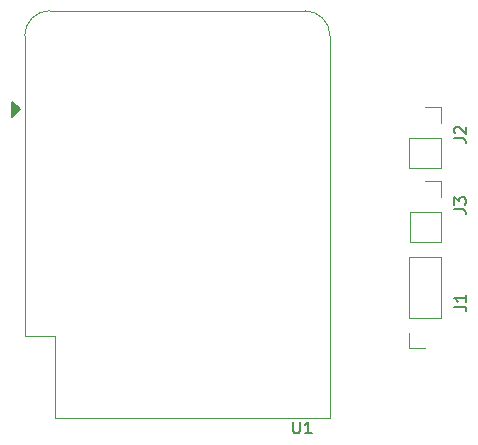
<source format=gbr>
G04 #@! TF.GenerationSoftware,KiCad,Pcbnew,8.0.7*
G04 #@! TF.CreationDate,2024-12-04T23:37:30+01:00*
G04 #@! TF.ProjectId,LuminO,4c756d69-6e4f-42e6-9b69-6361645f7063,rev?*
G04 #@! TF.SameCoordinates,Original*
G04 #@! TF.FileFunction,Legend,Top*
G04 #@! TF.FilePolarity,Positive*
%FSLAX46Y46*%
G04 Gerber Fmt 4.6, Leading zero omitted, Abs format (unit mm)*
G04 Created by KiCad (PCBNEW 8.0.7) date 2024-12-04 23:37:30*
%MOMM*%
%LPD*%
G01*
G04 APERTURE LIST*
%ADD10C,0.150000*%
%ADD11C,0.120000*%
G04 APERTURE END LIST*
D10*
X155929819Y-81083333D02*
X156644104Y-81083333D01*
X156644104Y-81083333D02*
X156786961Y-81130952D01*
X156786961Y-81130952D02*
X156882200Y-81226190D01*
X156882200Y-81226190D02*
X156929819Y-81369047D01*
X156929819Y-81369047D02*
X156929819Y-81464285D01*
X156025057Y-80654761D02*
X155977438Y-80607142D01*
X155977438Y-80607142D02*
X155929819Y-80511904D01*
X155929819Y-80511904D02*
X155929819Y-80273809D01*
X155929819Y-80273809D02*
X155977438Y-80178571D01*
X155977438Y-80178571D02*
X156025057Y-80130952D01*
X156025057Y-80130952D02*
X156120295Y-80083333D01*
X156120295Y-80083333D02*
X156215533Y-80083333D01*
X156215533Y-80083333D02*
X156358390Y-80130952D01*
X156358390Y-80130952D02*
X156929819Y-80702380D01*
X156929819Y-80702380D02*
X156929819Y-80083333D01*
X142293095Y-105064819D02*
X142293095Y-105874342D01*
X142293095Y-105874342D02*
X142340714Y-105969580D01*
X142340714Y-105969580D02*
X142388333Y-106017200D01*
X142388333Y-106017200D02*
X142483571Y-106064819D01*
X142483571Y-106064819D02*
X142674047Y-106064819D01*
X142674047Y-106064819D02*
X142769285Y-106017200D01*
X142769285Y-106017200D02*
X142816904Y-105969580D01*
X142816904Y-105969580D02*
X142864523Y-105874342D01*
X142864523Y-105874342D02*
X142864523Y-105064819D01*
X143864523Y-106064819D02*
X143293095Y-106064819D01*
X143578809Y-106064819D02*
X143578809Y-105064819D01*
X143578809Y-105064819D02*
X143483571Y-105207676D01*
X143483571Y-105207676D02*
X143388333Y-105302914D01*
X143388333Y-105302914D02*
X143293095Y-105350533D01*
X155929819Y-87083333D02*
X156644104Y-87083333D01*
X156644104Y-87083333D02*
X156786961Y-87130952D01*
X156786961Y-87130952D02*
X156882200Y-87226190D01*
X156882200Y-87226190D02*
X156929819Y-87369047D01*
X156929819Y-87369047D02*
X156929819Y-87464285D01*
X155929819Y-86702380D02*
X155929819Y-86083333D01*
X155929819Y-86083333D02*
X156310771Y-86416666D01*
X156310771Y-86416666D02*
X156310771Y-86273809D01*
X156310771Y-86273809D02*
X156358390Y-86178571D01*
X156358390Y-86178571D02*
X156406009Y-86130952D01*
X156406009Y-86130952D02*
X156501247Y-86083333D01*
X156501247Y-86083333D02*
X156739342Y-86083333D01*
X156739342Y-86083333D02*
X156834580Y-86130952D01*
X156834580Y-86130952D02*
X156882200Y-86178571D01*
X156882200Y-86178571D02*
X156929819Y-86273809D01*
X156929819Y-86273809D02*
X156929819Y-86559523D01*
X156929819Y-86559523D02*
X156882200Y-86654761D01*
X156882200Y-86654761D02*
X156834580Y-86702380D01*
X155954819Y-95333333D02*
X156669104Y-95333333D01*
X156669104Y-95333333D02*
X156811961Y-95380952D01*
X156811961Y-95380952D02*
X156907200Y-95476190D01*
X156907200Y-95476190D02*
X156954819Y-95619047D01*
X156954819Y-95619047D02*
X156954819Y-95714285D01*
X156954819Y-94333333D02*
X156954819Y-94904761D01*
X156954819Y-94619047D02*
X155954819Y-94619047D01*
X155954819Y-94619047D02*
X156097676Y-94714285D01*
X156097676Y-94714285D02*
X156192914Y-94809523D01*
X156192914Y-94809523D02*
X156240533Y-94904761D01*
D11*
X152145000Y-81020000D02*
X152145000Y-83620000D01*
X152145000Y-81020000D02*
X154805000Y-81020000D01*
X152145000Y-83620000D02*
X154805000Y-83620000D01*
X153475000Y-78420000D02*
X154805000Y-78420000D01*
X154805000Y-78420000D02*
X154805000Y-79750000D01*
X154805000Y-81020000D02*
X154805000Y-83620000D01*
X119555000Y-97830000D02*
X119555000Y-72400000D01*
X119555000Y-97830000D02*
X122095000Y-97830000D01*
X122095000Y-97830000D02*
X122095000Y-104730000D01*
X122095000Y-104730000D02*
X145415000Y-104730000D01*
X143295000Y-70270000D02*
X121685000Y-70270000D01*
X145415000Y-104730000D02*
X145415000Y-72400000D01*
X119555000Y-72400000D02*
G75*
G02*
X121685000Y-70270000I2130002J-2D01*
G01*
X143285000Y-70270000D02*
G75*
G02*
X145415000Y-72400000I0J-2130000D01*
G01*
D10*
X119150000Y-78610000D02*
X118515000Y-79245000D01*
X118515000Y-77975000D01*
X119150000Y-78610000D01*
G36*
X119150000Y-78610000D02*
G01*
X118515000Y-79245000D01*
X118515000Y-77975000D01*
X119150000Y-78610000D01*
G37*
D11*
X152170000Y-87270000D02*
X152170000Y-89870000D01*
X152170000Y-87270000D02*
X154830000Y-87270000D01*
X152170000Y-89870000D02*
X154830000Y-89870000D01*
X153500000Y-84670000D02*
X154830000Y-84670000D01*
X154830000Y-84670000D02*
X154830000Y-86000000D01*
X154830000Y-87270000D02*
X154830000Y-89870000D01*
X154805000Y-96255000D02*
X154805000Y-91115000D01*
X154805000Y-96255000D02*
X152145000Y-96255000D01*
X154805000Y-91115000D02*
X152145000Y-91115000D01*
X153475000Y-98855000D02*
X152145000Y-98855000D01*
X152145000Y-98855000D02*
X152145000Y-97525000D01*
X152145000Y-96255000D02*
X152145000Y-91115000D01*
M02*

</source>
